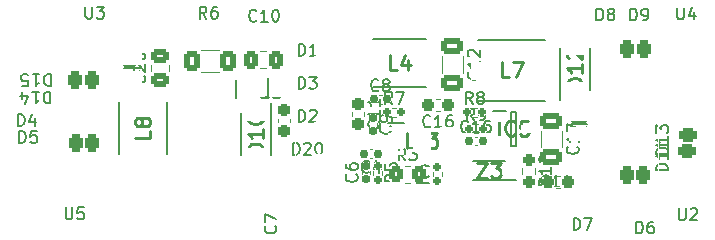
<source format=gto>
%TF.GenerationSoftware,KiCad,Pcbnew,(6.0.4)*%
%TF.CreationDate,2022-06-19T16:10:13+03:00*%
%TF.ProjectId,Main_PCB_001,4d61696e-5f50-4434-925f-3030312e6b69,rev?*%
%TF.SameCoordinates,Original*%
%TF.FileFunction,Legend,Top*%
%TF.FilePolarity,Positive*%
%FSLAX46Y46*%
G04 Gerber Fmt 4.6, Leading zero omitted, Abs format (unit mm)*
G04 Created by KiCad (PCBNEW (6.0.4)) date 2022-06-19 16:10:13*
%MOMM*%
%LPD*%
G01*
G04 APERTURE LIST*
G04 Aperture macros list*
%AMRoundRect*
0 Rectangle with rounded corners*
0 $1 Rounding radius*
0 $2 $3 $4 $5 $6 $7 $8 $9 X,Y pos of 4 corners*
0 Add a 4 corners polygon primitive as box body*
4,1,4,$2,$3,$4,$5,$6,$7,$8,$9,$2,$3,0*
0 Add four circle primitives for the rounded corners*
1,1,$1+$1,$2,$3*
1,1,$1+$1,$4,$5*
1,1,$1+$1,$6,$7*
1,1,$1+$1,$8,$9*
0 Add four rect primitives between the rounded corners*
20,1,$1+$1,$2,$3,$4,$5,0*
20,1,$1+$1,$4,$5,$6,$7,0*
20,1,$1+$1,$6,$7,$8,$9,0*
20,1,$1+$1,$8,$9,$2,$3,0*%
G04 Aperture macros list end*
%ADD10C,0.150000*%
%ADD11C,0.254000*%
%ADD12C,0.120000*%
%ADD13C,0.200000*%
%ADD14C,0.100000*%
%ADD15RoundRect,0.300000X0.300000X0.450000X-0.300000X0.450000X-0.300000X-0.450000X0.300000X-0.450000X0*%
%ADD16RoundRect,0.237500X0.300000X0.237500X-0.300000X0.237500X-0.300000X-0.237500X0.300000X-0.237500X0*%
%ADD17R,2.150000X1.600000*%
%ADD18R,0.650000X1.525000*%
%ADD19R,2.410000X3.300000*%
%ADD20R,1.200000X1.800000*%
%ADD21RoundRect,0.237500X-0.237500X0.250000X-0.237500X-0.250000X0.237500X-0.250000X0.237500X0.250000X0*%
%ADD22RoundRect,0.155000X-0.155000X0.212500X-0.155000X-0.212500X0.155000X-0.212500X0.155000X0.212500X0*%
%ADD23C,1.350000*%
%ADD24RoundRect,0.250000X-0.337500X-0.475000X0.337500X-0.475000X0.337500X0.475000X-0.337500X0.475000X0*%
%ADD25RoundRect,0.160000X-0.160000X0.197500X-0.160000X-0.197500X0.160000X-0.197500X0.160000X0.197500X0*%
%ADD26RoundRect,0.300000X-0.300000X-0.450000X0.300000X-0.450000X0.300000X0.450000X-0.300000X0.450000X0*%
%ADD27R,1.400000X0.300000*%
%ADD28R,1.570000X1.880000*%
%ADD29C,1.600000*%
%ADD30RoundRect,0.300000X0.450000X-0.300000X0.450000X0.300000X-0.450000X0.300000X-0.450000X-0.300000X0*%
%ADD31RoundRect,0.160000X-0.197500X-0.160000X0.197500X-0.160000X0.197500X0.160000X-0.197500X0.160000X0*%
%ADD32R,1.800000X2.100000*%
%ADD33R,1.630000X1.530000*%
%ADD34R,2.100000X1.800000*%
%ADD35RoundRect,0.250000X-0.400000X-0.625000X0.400000X-0.625000X0.400000X0.625000X-0.400000X0.625000X0*%
%ADD36R,1.100000X0.650000*%
%ADD37RoundRect,0.250000X-0.650000X0.412500X-0.650000X-0.412500X0.650000X-0.412500X0.650000X0.412500X0*%
%ADD38RoundRect,0.155000X0.212500X0.155000X-0.212500X0.155000X-0.212500X-0.155000X0.212500X-0.155000X0*%
%ADD39RoundRect,0.155000X0.155000X-0.212500X0.155000X0.212500X-0.155000X0.212500X-0.155000X-0.212500X0*%
%ADD40R,1.800000X1.200000*%
%ADD41RoundRect,0.155000X-0.212500X-0.155000X0.212500X-0.155000X0.212500X0.155000X-0.212500X0.155000X0*%
%ADD42RoundRect,0.237500X-0.237500X0.300000X-0.237500X-0.300000X0.237500X-0.300000X0.237500X0.300000X0*%
%ADD43R,1.250000X0.800000*%
%ADD44RoundRect,0.250000X0.475000X-0.337500X0.475000X0.337500X-0.475000X0.337500X-0.475000X-0.337500X0*%
%ADD45RoundRect,0.160000X0.160000X-0.197500X0.160000X0.197500X-0.160000X0.197500X-0.160000X-0.197500X0*%
%ADD46RoundRect,0.250000X-0.350000X-0.450000X0.350000X-0.450000X0.350000X0.450000X-0.350000X0.450000X0*%
G04 APERTURE END LIST*
D10*
%TO.C,D15*%
X99486885Y-103205019D02*
X99486885Y-104205019D01*
X99248790Y-104205019D01*
X99105933Y-104157400D01*
X99010695Y-104062161D01*
X98963076Y-103966923D01*
X98915457Y-103776447D01*
X98915457Y-103633590D01*
X98963076Y-103443114D01*
X99010695Y-103347876D01*
X99105933Y-103252638D01*
X99248790Y-103205019D01*
X99486885Y-103205019D01*
X97963076Y-103205019D02*
X98534504Y-103205019D01*
X98248790Y-103205019D02*
X98248790Y-104205019D01*
X98344028Y-104062161D01*
X98439266Y-103966923D01*
X98534504Y-103919304D01*
X97058314Y-104205019D02*
X97534504Y-104205019D01*
X97582123Y-103728828D01*
X97534504Y-103776447D01*
X97439266Y-103824066D01*
X97201171Y-103824066D01*
X97105933Y-103776447D01*
X97058314Y-103728828D01*
X97010695Y-103633590D01*
X97010695Y-103395495D01*
X97058314Y-103300257D01*
X97105933Y-103252638D01*
X97201171Y-103205019D01*
X97439266Y-103205019D01*
X97534504Y-103252638D01*
X97582123Y-103300257D01*
%TO.C,C16*%
X131640342Y-107588142D02*
X131592723Y-107635761D01*
X131449866Y-107683380D01*
X131354628Y-107683380D01*
X131211771Y-107635761D01*
X131116533Y-107540523D01*
X131068914Y-107445285D01*
X131021295Y-107254809D01*
X131021295Y-107111952D01*
X131068914Y-106921476D01*
X131116533Y-106826238D01*
X131211771Y-106731000D01*
X131354628Y-106683380D01*
X131449866Y-106683380D01*
X131592723Y-106731000D01*
X131640342Y-106778619D01*
X132592723Y-107683380D02*
X132021295Y-107683380D01*
X132307009Y-107683380D02*
X132307009Y-106683380D01*
X132211771Y-106826238D01*
X132116533Y-106921476D01*
X132021295Y-106969095D01*
X133449866Y-106683380D02*
X133259390Y-106683380D01*
X133164152Y-106731000D01*
X133116533Y-106778619D01*
X133021295Y-106921476D01*
X132973676Y-107111952D01*
X132973676Y-107492904D01*
X133021295Y-107588142D01*
X133068914Y-107635761D01*
X133164152Y-107683380D01*
X133354628Y-107683380D01*
X133449866Y-107635761D01*
X133497485Y-107588142D01*
X133545104Y-107492904D01*
X133545104Y-107254809D01*
X133497485Y-107159571D01*
X133449866Y-107111952D01*
X133354628Y-107064333D01*
X133164152Y-107064333D01*
X133068914Y-107111952D01*
X133021295Y-107159571D01*
X132973676Y-107254809D01*
D11*
%TO.C,L7*%
X138319933Y-103479923D02*
X137715171Y-103479923D01*
X137715171Y-102209923D01*
X138622314Y-102209923D02*
X139468980Y-102209923D01*
X138924695Y-103479923D01*
%TO.C,IC4*%
X113147323Y-108376961D02*
X111877323Y-108376961D01*
X113026371Y-107046485D02*
X113086847Y-107106961D01*
X113147323Y-107288390D01*
X113147323Y-107409342D01*
X113086847Y-107590771D01*
X112965895Y-107711723D01*
X112844942Y-107772200D01*
X112603038Y-107832676D01*
X112421609Y-107832676D01*
X112179704Y-107772200D01*
X112058752Y-107711723D01*
X111937800Y-107590771D01*
X111877323Y-107409342D01*
X111877323Y-107288390D01*
X111937800Y-107106961D01*
X111998276Y-107046485D01*
X112300657Y-105957914D02*
X113147323Y-105957914D01*
X111816847Y-106260295D02*
X112723990Y-106562676D01*
X112723990Y-105776485D01*
%TO.C,L3*%
X117898333Y-105095523D02*
X117293571Y-105095523D01*
X117293571Y-103825523D01*
X118200714Y-103825523D02*
X118986904Y-103825523D01*
X118563571Y-104309333D01*
X118745000Y-104309333D01*
X118865952Y-104369809D01*
X118926428Y-104430285D01*
X118986904Y-104551238D01*
X118986904Y-104853619D01*
X118926428Y-104974571D01*
X118865952Y-105035047D01*
X118745000Y-105095523D01*
X118382142Y-105095523D01*
X118261190Y-105035047D01*
X118200714Y-104974571D01*
D10*
%TO.C,R10*%
X141836380Y-112031857D02*
X141360190Y-112365190D01*
X141836380Y-112603285D02*
X140836380Y-112603285D01*
X140836380Y-112222333D01*
X140884000Y-112127095D01*
X140931619Y-112079476D01*
X141026857Y-112031857D01*
X141169714Y-112031857D01*
X141264952Y-112079476D01*
X141312571Y-112127095D01*
X141360190Y-112222333D01*
X141360190Y-112603285D01*
X141836380Y-111079476D02*
X141836380Y-111650904D01*
X141836380Y-111365190D02*
X140836380Y-111365190D01*
X140979238Y-111460428D01*
X141074476Y-111555666D01*
X141122095Y-111650904D01*
X140836380Y-110460428D02*
X140836380Y-110365190D01*
X140884000Y-110269952D01*
X140931619Y-110222333D01*
X141026857Y-110174714D01*
X141217333Y-110127095D01*
X141455428Y-110127095D01*
X141645904Y-110174714D01*
X141741142Y-110222333D01*
X141788761Y-110269952D01*
X141836380Y-110365190D01*
X141836380Y-110460428D01*
X141788761Y-110555666D01*
X141741142Y-110603285D01*
X141645904Y-110650904D01*
X141455428Y-110698523D01*
X141217333Y-110698523D01*
X141026857Y-110650904D01*
X140931619Y-110603285D01*
X140884000Y-110555666D01*
X140836380Y-110460428D01*
%TO.C,C9*%
X128263142Y-107618666D02*
X128310761Y-107666285D01*
X128358380Y-107809142D01*
X128358380Y-107904380D01*
X128310761Y-108047238D01*
X128215523Y-108142476D01*
X128120285Y-108190095D01*
X127929809Y-108237714D01*
X127786952Y-108237714D01*
X127596476Y-108190095D01*
X127501238Y-108142476D01*
X127406000Y-108047238D01*
X127358380Y-107904380D01*
X127358380Y-107809142D01*
X127406000Y-107666285D01*
X127453619Y-107618666D01*
X128358380Y-107142476D02*
X128358380Y-106952000D01*
X128310761Y-106856761D01*
X128263142Y-106809142D01*
X128120285Y-106713904D01*
X127929809Y-106666285D01*
X127548857Y-106666285D01*
X127453619Y-106713904D01*
X127406000Y-106761523D01*
X127358380Y-106856761D01*
X127358380Y-107047238D01*
X127406000Y-107142476D01*
X127453619Y-107190095D01*
X127548857Y-107237714D01*
X127786952Y-107237714D01*
X127882190Y-107190095D01*
X127929809Y-107142476D01*
X127977428Y-107047238D01*
X127977428Y-106856761D01*
X127929809Y-106761523D01*
X127882190Y-106713904D01*
X127786952Y-106666285D01*
%TO.C,U2*%
X152679495Y-114565180D02*
X152679495Y-115374704D01*
X152727114Y-115469942D01*
X152774733Y-115517561D01*
X152869971Y-115565180D01*
X153060447Y-115565180D01*
X153155685Y-115517561D01*
X153203304Y-115469942D01*
X153250923Y-115374704D01*
X153250923Y-114565180D01*
X153679495Y-114660419D02*
X153727114Y-114612800D01*
X153822352Y-114565180D01*
X154060447Y-114565180D01*
X154155685Y-114612800D01*
X154203304Y-114660419D01*
X154250923Y-114755657D01*
X154250923Y-114850895D01*
X154203304Y-114993752D01*
X153631876Y-115565180D01*
X154250923Y-115565180D01*
%TO.C,C10*%
X116908342Y-98655142D02*
X116860723Y-98702761D01*
X116717866Y-98750380D01*
X116622628Y-98750380D01*
X116479771Y-98702761D01*
X116384533Y-98607523D01*
X116336914Y-98512285D01*
X116289295Y-98321809D01*
X116289295Y-98178952D01*
X116336914Y-97988476D01*
X116384533Y-97893238D01*
X116479771Y-97798000D01*
X116622628Y-97750380D01*
X116717866Y-97750380D01*
X116860723Y-97798000D01*
X116908342Y-97845619D01*
X117860723Y-98750380D02*
X117289295Y-98750380D01*
X117575009Y-98750380D02*
X117575009Y-97750380D01*
X117479771Y-97893238D01*
X117384533Y-97988476D01*
X117289295Y-98036095D01*
X118479771Y-97750380D02*
X118575009Y-97750380D01*
X118670247Y-97798000D01*
X118717866Y-97845619D01*
X118765485Y-97940857D01*
X118813104Y-98131333D01*
X118813104Y-98369428D01*
X118765485Y-98559904D01*
X118717866Y-98655142D01*
X118670247Y-98702761D01*
X118575009Y-98750380D01*
X118479771Y-98750380D01*
X118384533Y-98702761D01*
X118336914Y-98655142D01*
X118289295Y-98559904D01*
X118241676Y-98369428D01*
X118241676Y-98131333D01*
X118289295Y-97940857D01*
X118336914Y-97845619D01*
X118384533Y-97798000D01*
X118479771Y-97750380D01*
%TO.C,R5*%
X128825580Y-111711366D02*
X128349390Y-112044700D01*
X128825580Y-112282795D02*
X127825580Y-112282795D01*
X127825580Y-111901842D01*
X127873200Y-111806604D01*
X127920819Y-111758985D01*
X128016057Y-111711366D01*
X128158914Y-111711366D01*
X128254152Y-111758985D01*
X128301771Y-111806604D01*
X128349390Y-111901842D01*
X128349390Y-112282795D01*
X127825580Y-110806604D02*
X127825580Y-111282795D01*
X128301771Y-111330414D01*
X128254152Y-111282795D01*
X128206533Y-111187557D01*
X128206533Y-110949461D01*
X128254152Y-110854223D01*
X128301771Y-110806604D01*
X128397009Y-110758985D01*
X128635104Y-110758985D01*
X128730342Y-110806604D01*
X128777961Y-110854223D01*
X128825580Y-110949461D01*
X128825580Y-111187557D01*
X128777961Y-111282795D01*
X128730342Y-111330414D01*
%TO.C,D5*%
X96823304Y-109011980D02*
X96823304Y-108011980D01*
X97061400Y-108011980D01*
X97204257Y-108059600D01*
X97299495Y-108154838D01*
X97347114Y-108250076D01*
X97394733Y-108440552D01*
X97394733Y-108583409D01*
X97347114Y-108773885D01*
X97299495Y-108869123D01*
X97204257Y-108964361D01*
X97061400Y-109011980D01*
X96823304Y-109011980D01*
X98299495Y-108011980D02*
X97823304Y-108011980D01*
X97775685Y-108488171D01*
X97823304Y-108440552D01*
X97918542Y-108392933D01*
X98156638Y-108392933D01*
X98251876Y-108440552D01*
X98299495Y-108488171D01*
X98347114Y-108583409D01*
X98347114Y-108821504D01*
X98299495Y-108916742D01*
X98251876Y-108964361D01*
X98156638Y-109011980D01*
X97918542Y-109011980D01*
X97823304Y-108964361D01*
X97775685Y-108916742D01*
%TO.C,D7*%
X143762504Y-116377980D02*
X143762504Y-115377980D01*
X144000600Y-115377980D01*
X144143457Y-115425600D01*
X144238695Y-115520838D01*
X144286314Y-115616076D01*
X144333933Y-115806552D01*
X144333933Y-115949409D01*
X144286314Y-116139885D01*
X144238695Y-116235123D01*
X144143457Y-116330361D01*
X144000600Y-116377980D01*
X143762504Y-116377980D01*
X144667266Y-115377980D02*
X145333933Y-115377980D01*
X144905361Y-116377980D01*
D11*
%TO.C,IC3*%
X129697238Y-109423523D02*
X129697238Y-108153523D01*
X131027714Y-109302571D02*
X130967238Y-109363047D01*
X130785809Y-109423523D01*
X130664857Y-109423523D01*
X130483428Y-109363047D01*
X130362476Y-109242095D01*
X130302000Y-109121142D01*
X130241523Y-108879238D01*
X130241523Y-108697809D01*
X130302000Y-108455904D01*
X130362476Y-108334952D01*
X130483428Y-108214000D01*
X130664857Y-108153523D01*
X130785809Y-108153523D01*
X130967238Y-108214000D01*
X131027714Y-108274476D01*
X131451047Y-108153523D02*
X132237238Y-108153523D01*
X131813904Y-108637333D01*
X131995333Y-108637333D01*
X132116285Y-108697809D01*
X132176761Y-108758285D01*
X132237238Y-108879238D01*
X132237238Y-109181619D01*
X132176761Y-109302571D01*
X132116285Y-109363047D01*
X131995333Y-109423523D01*
X131632476Y-109423523D01*
X131511523Y-109363047D01*
X131451047Y-109302571D01*
D10*
%TO.C,D3*%
X120482924Y-104438998D02*
X120482924Y-103438998D01*
X120721020Y-103438998D01*
X120863877Y-103486618D01*
X120959115Y-103581856D01*
X121006734Y-103677094D01*
X121054353Y-103867570D01*
X121054353Y-104010427D01*
X121006734Y-104200903D01*
X120959115Y-104296141D01*
X120863877Y-104391379D01*
X120721020Y-104438998D01*
X120482924Y-104438998D01*
X121387686Y-103438998D02*
X122006734Y-103438998D01*
X121673400Y-103819951D01*
X121816258Y-103819951D01*
X121911496Y-103867570D01*
X121959115Y-103915189D01*
X122006734Y-104010427D01*
X122006734Y-104248522D01*
X121959115Y-104343760D01*
X121911496Y-104391379D01*
X121816258Y-104438998D01*
X121530543Y-104438998D01*
X121435305Y-104391379D01*
X121387686Y-104343760D01*
%TO.C,D1*%
X120482924Y-101644998D02*
X120482924Y-100644998D01*
X120721020Y-100644998D01*
X120863877Y-100692618D01*
X120959115Y-100787856D01*
X121006734Y-100883094D01*
X121054353Y-101073570D01*
X121054353Y-101216427D01*
X121006734Y-101406903D01*
X120959115Y-101502141D01*
X120863877Y-101597379D01*
X120721020Y-101644998D01*
X120482924Y-101644998D01*
X122006734Y-101644998D02*
X121435305Y-101644998D01*
X121721020Y-101644998D02*
X121721020Y-100644998D01*
X121625781Y-100787856D01*
X121530543Y-100883094D01*
X121435305Y-100930713D01*
%TO.C,D13*%
X151780197Y-110004685D02*
X150780197Y-110004685D01*
X150780197Y-109766590D01*
X150827817Y-109623733D01*
X150923055Y-109528495D01*
X151018293Y-109480876D01*
X151208769Y-109433257D01*
X151351626Y-109433257D01*
X151542102Y-109480876D01*
X151637340Y-109528495D01*
X151732578Y-109623733D01*
X151780197Y-109766590D01*
X151780197Y-110004685D01*
X151780197Y-108480876D02*
X151780197Y-109052304D01*
X151780197Y-108766590D02*
X150780197Y-108766590D01*
X150923055Y-108861828D01*
X151018293Y-108957066D01*
X151065912Y-109052304D01*
X150780197Y-108147542D02*
X150780197Y-107528495D01*
X151161150Y-107861828D01*
X151161150Y-107718971D01*
X151208769Y-107623733D01*
X151256388Y-107576114D01*
X151351626Y-107528495D01*
X151589721Y-107528495D01*
X151684959Y-107576114D01*
X151732578Y-107623733D01*
X151780197Y-107718971D01*
X151780197Y-108004685D01*
X151732578Y-108099923D01*
X151684959Y-108147542D01*
%TO.C,R9*%
X135342333Y-107115380D02*
X135009000Y-106639190D01*
X134770904Y-107115380D02*
X134770904Y-106115380D01*
X135151857Y-106115380D01*
X135247095Y-106163000D01*
X135294714Y-106210619D01*
X135342333Y-106305857D01*
X135342333Y-106448714D01*
X135294714Y-106543952D01*
X135247095Y-106591571D01*
X135151857Y-106639190D01*
X134770904Y-106639190D01*
X135818523Y-107115380D02*
X136009000Y-107115380D01*
X136104238Y-107067761D01*
X136151857Y-107020142D01*
X136247095Y-106877285D01*
X136294714Y-106686809D01*
X136294714Y-106305857D01*
X136247095Y-106210619D01*
X136199476Y-106163000D01*
X136104238Y-106115380D01*
X135913761Y-106115380D01*
X135818523Y-106163000D01*
X135770904Y-106210619D01*
X135723285Y-106305857D01*
X135723285Y-106543952D01*
X135770904Y-106639190D01*
X135818523Y-106686809D01*
X135913761Y-106734428D01*
X136104238Y-106734428D01*
X136199476Y-106686809D01*
X136247095Y-106639190D01*
X136294714Y-106543952D01*
D11*
%TO.C,L4*%
X128820333Y-102870323D02*
X128215571Y-102870323D01*
X128215571Y-101600323D01*
X129787952Y-102023657D02*
X129787952Y-102870323D01*
X129485571Y-101539847D02*
X129183190Y-102446990D01*
X129969380Y-102446990D01*
D10*
%TO.C,D14*%
X99461485Y-104678219D02*
X99461485Y-105678219D01*
X99223390Y-105678219D01*
X99080533Y-105630600D01*
X98985295Y-105535361D01*
X98937676Y-105440123D01*
X98890057Y-105249647D01*
X98890057Y-105106790D01*
X98937676Y-104916314D01*
X98985295Y-104821076D01*
X99080533Y-104725838D01*
X99223390Y-104678219D01*
X99461485Y-104678219D01*
X97937676Y-104678219D02*
X98509104Y-104678219D01*
X98223390Y-104678219D02*
X98223390Y-105678219D01*
X98318628Y-105535361D01*
X98413866Y-105440123D01*
X98509104Y-105392504D01*
X97080533Y-105344885D02*
X97080533Y-104678219D01*
X97318628Y-105725838D02*
X97556723Y-105011552D01*
X96937676Y-105011552D01*
D11*
%TO.C,D10*%
X117465323Y-109822342D02*
X116195323Y-109822342D01*
X116195323Y-109519961D01*
X116255800Y-109338533D01*
X116376752Y-109217580D01*
X116497704Y-109157104D01*
X116739609Y-109096628D01*
X116921038Y-109096628D01*
X117162942Y-109157104D01*
X117283895Y-109217580D01*
X117404847Y-109338533D01*
X117465323Y-109519961D01*
X117465323Y-109822342D01*
X117465323Y-107887104D02*
X117465323Y-108612819D01*
X117465323Y-108249961D02*
X116195323Y-108249961D01*
X116376752Y-108370914D01*
X116497704Y-108491866D01*
X116558180Y-108612819D01*
X116195323Y-107100914D02*
X116195323Y-106979961D01*
X116255800Y-106859009D01*
X116316276Y-106798533D01*
X116437228Y-106738057D01*
X116679133Y-106677580D01*
X116981514Y-106677580D01*
X117223419Y-106738057D01*
X117344371Y-106798533D01*
X117404847Y-106859009D01*
X117465323Y-106979961D01*
X117465323Y-107100914D01*
X117404847Y-107221866D01*
X117344371Y-107282342D01*
X117223419Y-107342819D01*
X116981514Y-107403295D01*
X116679133Y-107403295D01*
X116437228Y-107342819D01*
X116316276Y-107282342D01*
X116255800Y-107221866D01*
X116195323Y-107100914D01*
D10*
%TO.C,D2*%
X120482924Y-107232998D02*
X120482924Y-106232998D01*
X120721020Y-106232998D01*
X120863877Y-106280618D01*
X120959115Y-106375856D01*
X121006734Y-106471094D01*
X121054353Y-106661570D01*
X121054353Y-106804427D01*
X121006734Y-106994903D01*
X120959115Y-107090141D01*
X120863877Y-107185379D01*
X120721020Y-107232998D01*
X120482924Y-107232998D01*
X121435305Y-106328237D02*
X121482924Y-106280618D01*
X121578162Y-106232998D01*
X121816258Y-106232998D01*
X121911496Y-106280618D01*
X121959115Y-106328237D01*
X122006734Y-106423475D01*
X122006734Y-106518713D01*
X121959115Y-106661570D01*
X121387686Y-107232998D01*
X122006734Y-107232998D01*
D11*
%TO.C,L8*%
X107914923Y-107983866D02*
X107914923Y-108588628D01*
X106644923Y-108588628D01*
X107189209Y-107379104D02*
X107128733Y-107500057D01*
X107068257Y-107560533D01*
X106947304Y-107621009D01*
X106886828Y-107621009D01*
X106765876Y-107560533D01*
X106705400Y-107500057D01*
X106644923Y-107379104D01*
X106644923Y-107137200D01*
X106705400Y-107016247D01*
X106765876Y-106955771D01*
X106886828Y-106895295D01*
X106947304Y-106895295D01*
X107068257Y-106955771D01*
X107128733Y-107016247D01*
X107189209Y-107137200D01*
X107189209Y-107379104D01*
X107249685Y-107500057D01*
X107310161Y-107560533D01*
X107431114Y-107621009D01*
X107673019Y-107621009D01*
X107793971Y-107560533D01*
X107854447Y-107500057D01*
X107914923Y-107379104D01*
X107914923Y-107137200D01*
X107854447Y-107016247D01*
X107793971Y-106955771D01*
X107673019Y-106895295D01*
X107431114Y-106895295D01*
X107310161Y-106955771D01*
X107249685Y-107016247D01*
X107189209Y-107137200D01*
D10*
%TO.C,R6*%
X112685533Y-98496380D02*
X112352200Y-98020190D01*
X112114104Y-98496380D02*
X112114104Y-97496380D01*
X112495057Y-97496380D01*
X112590295Y-97544000D01*
X112637914Y-97591619D01*
X112685533Y-97686857D01*
X112685533Y-97829714D01*
X112637914Y-97924952D01*
X112590295Y-97972571D01*
X112495057Y-98020190D01*
X112114104Y-98020190D01*
X113542676Y-97496380D02*
X113352200Y-97496380D01*
X113256961Y-97544000D01*
X113209342Y-97591619D01*
X113114104Y-97734476D01*
X113066485Y-97924952D01*
X113066485Y-98305904D01*
X113114104Y-98401142D01*
X113161723Y-98448761D01*
X113256961Y-98496380D01*
X113447438Y-98496380D01*
X113542676Y-98448761D01*
X113590295Y-98401142D01*
X113637914Y-98305904D01*
X113637914Y-98067809D01*
X113590295Y-97972571D01*
X113542676Y-97924952D01*
X113447438Y-97877333D01*
X113256961Y-97877333D01*
X113161723Y-97924952D01*
X113114104Y-97972571D01*
X113066485Y-98067809D01*
D11*
%TO.C,IC5*%
X137444238Y-108407523D02*
X137444238Y-107137523D01*
X138774714Y-108286571D02*
X138714238Y-108347047D01*
X138532809Y-108407523D01*
X138411857Y-108407523D01*
X138230428Y-108347047D01*
X138109476Y-108226095D01*
X138049000Y-108105142D01*
X137988523Y-107863238D01*
X137988523Y-107681809D01*
X138049000Y-107439904D01*
X138109476Y-107318952D01*
X138230428Y-107198000D01*
X138411857Y-107137523D01*
X138532809Y-107137523D01*
X138714238Y-107198000D01*
X138774714Y-107258476D01*
X139923761Y-107137523D02*
X139319000Y-107137523D01*
X139258523Y-107742285D01*
X139319000Y-107681809D01*
X139439952Y-107621333D01*
X139742333Y-107621333D01*
X139863285Y-107681809D01*
X139923761Y-107742285D01*
X139984238Y-107863238D01*
X139984238Y-108165619D01*
X139923761Y-108286571D01*
X139863285Y-108347047D01*
X139742333Y-108407523D01*
X139439952Y-108407523D01*
X139319000Y-108347047D01*
X139258523Y-108286571D01*
D10*
%TO.C,C14*%
X141649042Y-112660542D02*
X141601423Y-112708161D01*
X141458566Y-112755780D01*
X141363328Y-112755780D01*
X141220471Y-112708161D01*
X141125233Y-112612923D01*
X141077614Y-112517685D01*
X141029995Y-112327209D01*
X141029995Y-112184352D01*
X141077614Y-111993876D01*
X141125233Y-111898638D01*
X141220471Y-111803400D01*
X141363328Y-111755780D01*
X141458566Y-111755780D01*
X141601423Y-111803400D01*
X141649042Y-111851019D01*
X142601423Y-112755780D02*
X142029995Y-112755780D01*
X142315709Y-112755780D02*
X142315709Y-111755780D01*
X142220471Y-111898638D01*
X142125233Y-111993876D01*
X142029995Y-112041495D01*
X143458566Y-112089114D02*
X143458566Y-112755780D01*
X143220471Y-111708161D02*
X142982376Y-112422447D01*
X143601423Y-112422447D01*
%TO.C,C12*%
X135709542Y-103040257D02*
X135757161Y-103087876D01*
X135804780Y-103230733D01*
X135804780Y-103325971D01*
X135757161Y-103468828D01*
X135661923Y-103564066D01*
X135566685Y-103611685D01*
X135376209Y-103659304D01*
X135233352Y-103659304D01*
X135042876Y-103611685D01*
X134947638Y-103564066D01*
X134852400Y-103468828D01*
X134804780Y-103325971D01*
X134804780Y-103230733D01*
X134852400Y-103087876D01*
X134900019Y-103040257D01*
X135804780Y-102087876D02*
X135804780Y-102659304D01*
X135804780Y-102373590D02*
X134804780Y-102373590D01*
X134947638Y-102468828D01*
X135042876Y-102564066D01*
X135090495Y-102659304D01*
X134900019Y-101706923D02*
X134852400Y-101659304D01*
X134804780Y-101564066D01*
X134804780Y-101325971D01*
X134852400Y-101230733D01*
X134900019Y-101183114D01*
X134995257Y-101135495D01*
X135090495Y-101135495D01*
X135233352Y-101183114D01*
X135804780Y-101754542D01*
X135804780Y-101135495D01*
%TO.C,C4*%
X126452333Y-111448342D02*
X126404714Y-111495961D01*
X126261857Y-111543580D01*
X126166619Y-111543580D01*
X126023761Y-111495961D01*
X125928523Y-111400723D01*
X125880904Y-111305485D01*
X125833285Y-111115009D01*
X125833285Y-110972152D01*
X125880904Y-110781676D01*
X125928523Y-110686438D01*
X126023761Y-110591200D01*
X126166619Y-110543580D01*
X126261857Y-110543580D01*
X126404714Y-110591200D01*
X126452333Y-110638819D01*
X127309476Y-110876914D02*
X127309476Y-111543580D01*
X127071380Y-110495961D02*
X126833285Y-111210247D01*
X127452333Y-111210247D01*
%TO.C,D6*%
X149071104Y-116682780D02*
X149071104Y-115682780D01*
X149309200Y-115682780D01*
X149452057Y-115730400D01*
X149547295Y-115825638D01*
X149594914Y-115920876D01*
X149642533Y-116111352D01*
X149642533Y-116254209D01*
X149594914Y-116444685D01*
X149547295Y-116539923D01*
X149452057Y-116635161D01*
X149309200Y-116682780D01*
X149071104Y-116682780D01*
X150499676Y-115682780D02*
X150309200Y-115682780D01*
X150213961Y-115730400D01*
X150166342Y-115778019D01*
X150071104Y-115920876D01*
X150023485Y-116111352D01*
X150023485Y-116492304D01*
X150071104Y-116587542D01*
X150118723Y-116635161D01*
X150213961Y-116682780D01*
X150404438Y-116682780D01*
X150499676Y-116635161D01*
X150547295Y-116587542D01*
X150594914Y-116492304D01*
X150594914Y-116254209D01*
X150547295Y-116158971D01*
X150499676Y-116111352D01*
X150404438Y-116063733D01*
X150213961Y-116063733D01*
X150118723Y-116111352D01*
X150071104Y-116158971D01*
X150023485Y-116254209D01*
%TO.C,C6*%
X125384342Y-111698066D02*
X125431961Y-111745685D01*
X125479580Y-111888542D01*
X125479580Y-111983780D01*
X125431961Y-112126638D01*
X125336723Y-112221876D01*
X125241485Y-112269495D01*
X125051009Y-112317114D01*
X124908152Y-112317114D01*
X124717676Y-112269495D01*
X124622438Y-112221876D01*
X124527200Y-112126638D01*
X124479580Y-111983780D01*
X124479580Y-111888542D01*
X124527200Y-111745685D01*
X124574819Y-111698066D01*
X124479580Y-110840923D02*
X124479580Y-111031400D01*
X124527200Y-111126638D01*
X124574819Y-111174257D01*
X124717676Y-111269495D01*
X124908152Y-111317114D01*
X125289104Y-111317114D01*
X125384342Y-111269495D01*
X125431961Y-111221876D01*
X125479580Y-111126638D01*
X125479580Y-110936161D01*
X125431961Y-110840923D01*
X125384342Y-110793304D01*
X125289104Y-110745685D01*
X125051009Y-110745685D01*
X124955771Y-110793304D01*
X124908152Y-110840923D01*
X124860533Y-110936161D01*
X124860533Y-111126638D01*
X124908152Y-111221876D01*
X124955771Y-111269495D01*
X125051009Y-111317114D01*
D11*
%TO.C,L9*%
X106949723Y-102903866D02*
X106949723Y-103508628D01*
X105679723Y-103508628D01*
X106949723Y-102420057D02*
X106949723Y-102178152D01*
X106889247Y-102057200D01*
X106828771Y-101996723D01*
X106647342Y-101875771D01*
X106405438Y-101815295D01*
X105921628Y-101815295D01*
X105800676Y-101875771D01*
X105740200Y-101936247D01*
X105679723Y-102057200D01*
X105679723Y-102299104D01*
X105740200Y-102420057D01*
X105800676Y-102480533D01*
X105921628Y-102541009D01*
X106224009Y-102541009D01*
X106344961Y-102480533D01*
X106405438Y-102420057D01*
X106465914Y-102299104D01*
X106465914Y-102057200D01*
X106405438Y-101936247D01*
X106344961Y-101875771D01*
X106224009Y-101815295D01*
D10*
%TO.C,D4*%
X96721704Y-107589580D02*
X96721704Y-106589580D01*
X96959800Y-106589580D01*
X97102657Y-106637200D01*
X97197895Y-106732438D01*
X97245514Y-106827676D01*
X97293133Y-107018152D01*
X97293133Y-107161009D01*
X97245514Y-107351485D01*
X97197895Y-107446723D01*
X97102657Y-107541961D01*
X96959800Y-107589580D01*
X96721704Y-107589580D01*
X98150276Y-106922914D02*
X98150276Y-107589580D01*
X97912180Y-106541961D02*
X97674085Y-107256247D01*
X98293133Y-107256247D01*
%TO.C,C8*%
X127239733Y-104540942D02*
X127192114Y-104588561D01*
X127049257Y-104636180D01*
X126954019Y-104636180D01*
X126811161Y-104588561D01*
X126715923Y-104493323D01*
X126668304Y-104398085D01*
X126620685Y-104207609D01*
X126620685Y-104064752D01*
X126668304Y-103874276D01*
X126715923Y-103779038D01*
X126811161Y-103683800D01*
X126954019Y-103636180D01*
X127049257Y-103636180D01*
X127192114Y-103683800D01*
X127239733Y-103731419D01*
X127811161Y-104064752D02*
X127715923Y-104017133D01*
X127668304Y-103969514D01*
X127620685Y-103874276D01*
X127620685Y-103826657D01*
X127668304Y-103731419D01*
X127715923Y-103683800D01*
X127811161Y-103636180D01*
X128001638Y-103636180D01*
X128096876Y-103683800D01*
X128144495Y-103731419D01*
X128192114Y-103826657D01*
X128192114Y-103874276D01*
X128144495Y-103969514D01*
X128096876Y-104017133D01*
X128001638Y-104064752D01*
X127811161Y-104064752D01*
X127715923Y-104112371D01*
X127668304Y-104159990D01*
X127620685Y-104255228D01*
X127620685Y-104445704D01*
X127668304Y-104540942D01*
X127715923Y-104588561D01*
X127811161Y-104636180D01*
X128001638Y-104636180D01*
X128096876Y-104588561D01*
X128144495Y-104540942D01*
X128192114Y-104445704D01*
X128192114Y-104255228D01*
X128144495Y-104159990D01*
X128096876Y-104112371D01*
X128001638Y-104064752D01*
%TO.C,U5*%
X100761895Y-114488980D02*
X100761895Y-115298504D01*
X100809514Y-115393742D01*
X100857133Y-115441361D01*
X100952371Y-115488980D01*
X101142847Y-115488980D01*
X101238085Y-115441361D01*
X101285704Y-115393742D01*
X101333323Y-115298504D01*
X101333323Y-114488980D01*
X102285704Y-114488980D02*
X101809514Y-114488980D01*
X101761895Y-114965171D01*
X101809514Y-114917552D01*
X101904752Y-114869933D01*
X102142847Y-114869933D01*
X102238085Y-114917552D01*
X102285704Y-114965171D01*
X102333323Y-115060409D01*
X102333323Y-115298504D01*
X102285704Y-115393742D01*
X102238085Y-115441361D01*
X102142847Y-115488980D01*
X101904752Y-115488980D01*
X101809514Y-115441361D01*
X101761895Y-115393742D01*
%TO.C,C7*%
X118517942Y-116066866D02*
X118565561Y-116114485D01*
X118613180Y-116257342D01*
X118613180Y-116352580D01*
X118565561Y-116495438D01*
X118470323Y-116590676D01*
X118375085Y-116638295D01*
X118184609Y-116685914D01*
X118041752Y-116685914D01*
X117851276Y-116638295D01*
X117756038Y-116590676D01*
X117660800Y-116495438D01*
X117613180Y-116352580D01*
X117613180Y-116257342D01*
X117660800Y-116114485D01*
X117708419Y-116066866D01*
X117613180Y-115733533D02*
X117613180Y-115066866D01*
X118613180Y-115495438D01*
%TO.C,U4*%
X152527095Y-97572580D02*
X152527095Y-98382104D01*
X152574714Y-98477342D01*
X152622333Y-98524961D01*
X152717571Y-98572580D01*
X152908047Y-98572580D01*
X153003285Y-98524961D01*
X153050904Y-98477342D01*
X153098523Y-98382104D01*
X153098523Y-97572580D01*
X154003285Y-97905914D02*
X154003285Y-98572580D01*
X153765190Y-97524961D02*
X153527095Y-98239247D01*
X154146142Y-98239247D01*
%TO.C,U3*%
X102438295Y-97496380D02*
X102438295Y-98305904D01*
X102485914Y-98401142D01*
X102533533Y-98448761D01*
X102628771Y-98496380D01*
X102819247Y-98496380D01*
X102914485Y-98448761D01*
X102962104Y-98401142D01*
X103009723Y-98305904D01*
X103009723Y-97496380D01*
X103390676Y-97496380D02*
X104009723Y-97496380D01*
X103676390Y-97877333D01*
X103819247Y-97877333D01*
X103914485Y-97924952D01*
X103962104Y-97972571D01*
X104009723Y-98067809D01*
X104009723Y-98305904D01*
X103962104Y-98401142D01*
X103914485Y-98448761D01*
X103819247Y-98496380D01*
X103533533Y-98496380D01*
X103438295Y-98448761D01*
X103390676Y-98401142D01*
%TO.C,R8*%
X135215333Y-105718380D02*
X134882000Y-105242190D01*
X134643904Y-105718380D02*
X134643904Y-104718380D01*
X135024857Y-104718380D01*
X135120095Y-104766000D01*
X135167714Y-104813619D01*
X135215333Y-104908857D01*
X135215333Y-105051714D01*
X135167714Y-105146952D01*
X135120095Y-105194571D01*
X135024857Y-105242190D01*
X134643904Y-105242190D01*
X135786761Y-105146952D02*
X135691523Y-105099333D01*
X135643904Y-105051714D01*
X135596285Y-104956476D01*
X135596285Y-104908857D01*
X135643904Y-104813619D01*
X135691523Y-104766000D01*
X135786761Y-104718380D01*
X135977238Y-104718380D01*
X136072476Y-104766000D01*
X136120095Y-104813619D01*
X136167714Y-104908857D01*
X136167714Y-104956476D01*
X136120095Y-105051714D01*
X136072476Y-105099333D01*
X135977238Y-105146952D01*
X135786761Y-105146952D01*
X135691523Y-105194571D01*
X135643904Y-105242190D01*
X135596285Y-105337428D01*
X135596285Y-105527904D01*
X135643904Y-105623142D01*
X135691523Y-105670761D01*
X135786761Y-105718380D01*
X135977238Y-105718380D01*
X136072476Y-105670761D01*
X136120095Y-105623142D01*
X136167714Y-105527904D01*
X136167714Y-105337428D01*
X136120095Y-105242190D01*
X136072476Y-105194571D01*
X135977238Y-105146952D01*
%TO.C,D20*%
X120006734Y-110026998D02*
X120006734Y-109026998D01*
X120244829Y-109026998D01*
X120387686Y-109074618D01*
X120482924Y-109169856D01*
X120530543Y-109265094D01*
X120578162Y-109455570D01*
X120578162Y-109598427D01*
X120530543Y-109788903D01*
X120482924Y-109884141D01*
X120387686Y-109979379D01*
X120244829Y-110026998D01*
X120006734Y-110026998D01*
X120959115Y-109122237D02*
X121006734Y-109074618D01*
X121101972Y-109026998D01*
X121340067Y-109026998D01*
X121435305Y-109074618D01*
X121482924Y-109122237D01*
X121530543Y-109217475D01*
X121530543Y-109312713D01*
X121482924Y-109455570D01*
X120911496Y-110026998D01*
X121530543Y-110026998D01*
X122149591Y-109026998D02*
X122244829Y-109026998D01*
X122340067Y-109074618D01*
X122387686Y-109122237D01*
X122435305Y-109217475D01*
X122482924Y-109407951D01*
X122482924Y-109646046D01*
X122435305Y-109836522D01*
X122387686Y-109931760D01*
X122340067Y-109979379D01*
X122244829Y-110026998D01*
X122149591Y-110026998D01*
X122054353Y-109979379D01*
X122006734Y-109931760D01*
X121959115Y-109836522D01*
X121911496Y-109646046D01*
X121911496Y-109407951D01*
X121959115Y-109217475D01*
X122006734Y-109122237D01*
X122054353Y-109074618D01*
X122149591Y-109026998D01*
%TO.C,R7*%
X128408133Y-105692980D02*
X128074800Y-105216790D01*
X127836704Y-105692980D02*
X127836704Y-104692980D01*
X128217657Y-104692980D01*
X128312895Y-104740600D01*
X128360514Y-104788219D01*
X128408133Y-104883457D01*
X128408133Y-105026314D01*
X128360514Y-105121552D01*
X128312895Y-105169171D01*
X128217657Y-105216790D01*
X127836704Y-105216790D01*
X128741466Y-104692980D02*
X129408133Y-104692980D01*
X128979561Y-105692980D01*
%TO.C,D8*%
X145692904Y-98648780D02*
X145692904Y-97648780D01*
X145931000Y-97648780D01*
X146073857Y-97696400D01*
X146169095Y-97791638D01*
X146216714Y-97886876D01*
X146264333Y-98077352D01*
X146264333Y-98220209D01*
X146216714Y-98410685D01*
X146169095Y-98505923D01*
X146073857Y-98601161D01*
X145931000Y-98648780D01*
X145692904Y-98648780D01*
X146835761Y-98077352D02*
X146740523Y-98029733D01*
X146692904Y-97982114D01*
X146645285Y-97886876D01*
X146645285Y-97839257D01*
X146692904Y-97744019D01*
X146740523Y-97696400D01*
X146835761Y-97648780D01*
X147026238Y-97648780D01*
X147121476Y-97696400D01*
X147169095Y-97744019D01*
X147216714Y-97839257D01*
X147216714Y-97886876D01*
X147169095Y-97982114D01*
X147121476Y-98029733D01*
X147026238Y-98077352D01*
X146835761Y-98077352D01*
X146740523Y-98124971D01*
X146692904Y-98172590D01*
X146645285Y-98267828D01*
X146645285Y-98458304D01*
X146692904Y-98553542D01*
X146740523Y-98601161D01*
X146835761Y-98648780D01*
X147026238Y-98648780D01*
X147121476Y-98601161D01*
X147169095Y-98553542D01*
X147216714Y-98458304D01*
X147216714Y-98267828D01*
X147169095Y-98172590D01*
X147121476Y-98124971D01*
X147026238Y-98077352D01*
D11*
%TO.C,Z3*%
X135591504Y-110693523D02*
X136438171Y-110693523D01*
X135591504Y-111963523D01*
X136438171Y-111963523D01*
X136801028Y-110693523D02*
X137587219Y-110693523D01*
X137163885Y-111177333D01*
X137345314Y-111177333D01*
X137466266Y-111237809D01*
X137526742Y-111298285D01*
X137587219Y-111419238D01*
X137587219Y-111721619D01*
X137526742Y-111842571D01*
X137466266Y-111903047D01*
X137345314Y-111963523D01*
X136982457Y-111963523D01*
X136861504Y-111903047D01*
X136801028Y-111842571D01*
D10*
%TO.C,C20*%
X107414542Y-103335057D02*
X107462161Y-103382676D01*
X107509780Y-103525533D01*
X107509780Y-103620771D01*
X107462161Y-103763628D01*
X107366923Y-103858866D01*
X107271685Y-103906485D01*
X107081209Y-103954104D01*
X106938352Y-103954104D01*
X106747876Y-103906485D01*
X106652638Y-103858866D01*
X106557400Y-103763628D01*
X106509780Y-103620771D01*
X106509780Y-103525533D01*
X106557400Y-103382676D01*
X106605019Y-103335057D01*
X106605019Y-102954104D02*
X106557400Y-102906485D01*
X106509780Y-102811247D01*
X106509780Y-102573152D01*
X106557400Y-102477914D01*
X106605019Y-102430295D01*
X106700257Y-102382676D01*
X106795495Y-102382676D01*
X106938352Y-102430295D01*
X107509780Y-103001723D01*
X107509780Y-102382676D01*
X106509780Y-101763628D02*
X106509780Y-101668390D01*
X106557400Y-101573152D01*
X106605019Y-101525533D01*
X106700257Y-101477914D01*
X106890733Y-101430295D01*
X107128828Y-101430295D01*
X107319304Y-101477914D01*
X107414542Y-101525533D01*
X107462161Y-101573152D01*
X107509780Y-101668390D01*
X107509780Y-101763628D01*
X107462161Y-101858866D01*
X107414542Y-101906485D01*
X107319304Y-101954104D01*
X107128828Y-102001723D01*
X106890733Y-102001723D01*
X106700257Y-101954104D01*
X106605019Y-101906485D01*
X106557400Y-101858866D01*
X106509780Y-101763628D01*
%TO.C,C15*%
X134866142Y-108046142D02*
X134818523Y-108093761D01*
X134675666Y-108141380D01*
X134580428Y-108141380D01*
X134437571Y-108093761D01*
X134342333Y-107998523D01*
X134294714Y-107903285D01*
X134247095Y-107712809D01*
X134247095Y-107569952D01*
X134294714Y-107379476D01*
X134342333Y-107284238D01*
X134437571Y-107189000D01*
X134580428Y-107141380D01*
X134675666Y-107141380D01*
X134818523Y-107189000D01*
X134866142Y-107236619D01*
X135818523Y-108141380D02*
X135247095Y-108141380D01*
X135532809Y-108141380D02*
X135532809Y-107141380D01*
X135437571Y-107284238D01*
X135342333Y-107379476D01*
X135247095Y-107427095D01*
X136723285Y-107141380D02*
X136247095Y-107141380D01*
X136199476Y-107617571D01*
X136247095Y-107569952D01*
X136342333Y-107522333D01*
X136580428Y-107522333D01*
X136675666Y-107569952D01*
X136723285Y-107617571D01*
X136770904Y-107712809D01*
X136770904Y-107950904D01*
X136723285Y-108046142D01*
X136675666Y-108093761D01*
X136580428Y-108141380D01*
X136342333Y-108141380D01*
X136247095Y-108093761D01*
X136199476Y-108046142D01*
%TO.C,D11*%
X151754797Y-111350885D02*
X150754797Y-111350885D01*
X150754797Y-111112790D01*
X150802417Y-110969933D01*
X150897655Y-110874695D01*
X150992893Y-110827076D01*
X151183369Y-110779457D01*
X151326226Y-110779457D01*
X151516702Y-110827076D01*
X151611940Y-110874695D01*
X151707178Y-110969933D01*
X151754797Y-111112790D01*
X151754797Y-111350885D01*
X151754797Y-109827076D02*
X151754797Y-110398504D01*
X151754797Y-110112790D02*
X150754797Y-110112790D01*
X150897655Y-110208028D01*
X150992893Y-110303266D01*
X151040512Y-110398504D01*
X151754797Y-108874695D02*
X151754797Y-109446123D01*
X151754797Y-109160409D02*
X150754797Y-109160409D01*
X150897655Y-109255647D01*
X150992893Y-109350885D01*
X151040512Y-109446123D01*
%TO.C,D9*%
X148563104Y-98648780D02*
X148563104Y-97648780D01*
X148801200Y-97648780D01*
X148944057Y-97696400D01*
X149039295Y-97791638D01*
X149086914Y-97886876D01*
X149134533Y-98077352D01*
X149134533Y-98220209D01*
X149086914Y-98410685D01*
X149039295Y-98505923D01*
X148944057Y-98601161D01*
X148801200Y-98648780D01*
X148563104Y-98648780D01*
X149610723Y-98648780D02*
X149801200Y-98648780D01*
X149896438Y-98601161D01*
X149944057Y-98553542D01*
X150039295Y-98410685D01*
X150086914Y-98220209D01*
X150086914Y-97839257D01*
X150039295Y-97744019D01*
X149991676Y-97696400D01*
X149896438Y-97648780D01*
X149705961Y-97648780D01*
X149610723Y-97696400D01*
X149563104Y-97744019D01*
X149515485Y-97839257D01*
X149515485Y-98077352D01*
X149563104Y-98172590D01*
X149610723Y-98220209D01*
X149705961Y-98267828D01*
X149896438Y-98267828D01*
X149991676Y-98220209D01*
X150039295Y-98172590D01*
X150086914Y-98077352D01*
D11*
%TO.C,D12*%
X144490923Y-104295142D02*
X143220923Y-104295142D01*
X143220923Y-103992761D01*
X143281400Y-103811333D01*
X143402352Y-103690380D01*
X143523304Y-103629904D01*
X143765209Y-103569428D01*
X143946638Y-103569428D01*
X144188542Y-103629904D01*
X144309495Y-103690380D01*
X144430447Y-103811333D01*
X144490923Y-103992761D01*
X144490923Y-104295142D01*
X144490923Y-102359904D02*
X144490923Y-103085619D01*
X144490923Y-102722761D02*
X143220923Y-102722761D01*
X143402352Y-102843714D01*
X143523304Y-102964666D01*
X143583780Y-103085619D01*
X143341876Y-101876095D02*
X143281400Y-101815619D01*
X143220923Y-101694666D01*
X143220923Y-101392285D01*
X143281400Y-101271333D01*
X143341876Y-101210857D01*
X143462828Y-101150380D01*
X143583780Y-101150380D01*
X143765209Y-101210857D01*
X144490923Y-101936571D01*
X144490923Y-101150380D01*
D10*
%TO.C,R4*%
X131489380Y-111809666D02*
X131013190Y-112143000D01*
X131489380Y-112381095D02*
X130489380Y-112381095D01*
X130489380Y-112000142D01*
X130537000Y-111904904D01*
X130584619Y-111857285D01*
X130679857Y-111809666D01*
X130822714Y-111809666D01*
X130917952Y-111857285D01*
X130965571Y-111904904D01*
X131013190Y-112000142D01*
X131013190Y-112381095D01*
X130822714Y-110952523D02*
X131489380Y-110952523D01*
X130441761Y-111190619D02*
X131156047Y-111428714D01*
X131156047Y-110809666D01*
%TO.C,C11*%
X127263142Y-107205857D02*
X127310761Y-107253476D01*
X127358380Y-107396333D01*
X127358380Y-107491571D01*
X127310761Y-107634428D01*
X127215523Y-107729666D01*
X127120285Y-107777285D01*
X126929809Y-107824904D01*
X126786952Y-107824904D01*
X126596476Y-107777285D01*
X126501238Y-107729666D01*
X126406000Y-107634428D01*
X126358380Y-107491571D01*
X126358380Y-107396333D01*
X126406000Y-107253476D01*
X126453619Y-107205857D01*
X127358380Y-106253476D02*
X127358380Y-106824904D01*
X127358380Y-106539190D02*
X126358380Y-106539190D01*
X126501238Y-106634428D01*
X126596476Y-106729666D01*
X126644095Y-106824904D01*
X127358380Y-105301095D02*
X127358380Y-105872523D01*
X127358380Y-105586809D02*
X126358380Y-105586809D01*
X126501238Y-105682047D01*
X126596476Y-105777285D01*
X126644095Y-105872523D01*
%TO.C,C17*%
X144091542Y-109339457D02*
X144139161Y-109387076D01*
X144186780Y-109529933D01*
X144186780Y-109625171D01*
X144139161Y-109768028D01*
X144043923Y-109863266D01*
X143948685Y-109910885D01*
X143758209Y-109958504D01*
X143615352Y-109958504D01*
X143424876Y-109910885D01*
X143329638Y-109863266D01*
X143234400Y-109768028D01*
X143186780Y-109625171D01*
X143186780Y-109529933D01*
X143234400Y-109387076D01*
X143282019Y-109339457D01*
X144186780Y-108387076D02*
X144186780Y-108958504D01*
X144186780Y-108672790D02*
X143186780Y-108672790D01*
X143329638Y-108768028D01*
X143424876Y-108863266D01*
X143472495Y-108958504D01*
X143186780Y-108053742D02*
X143186780Y-107387076D01*
X144186780Y-107815647D01*
D11*
%TO.C,L6*%
X144795723Y-107638266D02*
X144795723Y-108243028D01*
X143525723Y-108243028D01*
X143525723Y-106670647D02*
X143525723Y-106912552D01*
X143586200Y-107033504D01*
X143646676Y-107093980D01*
X143828104Y-107214933D01*
X144070009Y-107275409D01*
X144553819Y-107275409D01*
X144674771Y-107214933D01*
X144735247Y-107154457D01*
X144795723Y-107033504D01*
X144795723Y-106791600D01*
X144735247Y-106670647D01*
X144674771Y-106610171D01*
X144553819Y-106549695D01*
X144251438Y-106549695D01*
X144130485Y-106610171D01*
X144070009Y-106670647D01*
X144009533Y-106791600D01*
X144009533Y-107033504D01*
X144070009Y-107154457D01*
X144130485Y-107214933D01*
X144251438Y-107275409D01*
D10*
%TO.C,R3*%
X129525733Y-110496180D02*
X129192400Y-110019990D01*
X128954304Y-110496180D02*
X128954304Y-109496180D01*
X129335257Y-109496180D01*
X129430495Y-109543800D01*
X129478114Y-109591419D01*
X129525733Y-109686657D01*
X129525733Y-109829514D01*
X129478114Y-109924752D01*
X129430495Y-109972371D01*
X129335257Y-110019990D01*
X128954304Y-110019990D01*
X129859066Y-109496180D02*
X130478114Y-109496180D01*
X130144780Y-109877133D01*
X130287638Y-109877133D01*
X130382876Y-109924752D01*
X130430495Y-109972371D01*
X130478114Y-110067609D01*
X130478114Y-110305704D01*
X130430495Y-110400942D01*
X130382876Y-110448561D01*
X130287638Y-110496180D01*
X130001923Y-110496180D01*
X129906685Y-110448561D01*
X129859066Y-110400942D01*
D12*
%TO.C,C16*%
X132429467Y-105291000D02*
X132136933Y-105291000D01*
X132429467Y-106311000D02*
X132136933Y-106311000D01*
D13*
%TO.C,L7*%
X135681600Y-105505400D02*
X141381600Y-105505400D01*
X141381600Y-100305400D02*
X135681600Y-100305400D01*
%TO.C,IC4*%
X115152800Y-103662200D02*
X115152800Y-105187200D01*
%TO.C,L3*%
X117856000Y-104967000D02*
X117856000Y-103567000D01*
D12*
%TO.C,R10*%
X140476500Y-111134276D02*
X140476500Y-111643724D01*
X139431500Y-111134276D02*
X139431500Y-111643724D01*
%TO.C,C9*%
X126386000Y-107336165D02*
X126386000Y-107567835D01*
X127106000Y-107336165D02*
X127106000Y-107567835D01*
%TO.C,C10*%
X117239148Y-102716000D02*
X117761652Y-102716000D01*
X117239148Y-101246000D02*
X117761652Y-101246000D01*
%TO.C,R5*%
X126823200Y-111377079D02*
X126823200Y-111712321D01*
X127583200Y-111377079D02*
X127583200Y-111712321D01*
D13*
%TO.C,IC3*%
X128037000Y-107349000D02*
X129437000Y-107349000D01*
D12*
%TO.C,R9*%
X135341379Y-108213000D02*
X135676621Y-108213000D01*
X135341379Y-107453000D02*
X135676621Y-107453000D01*
D13*
%TO.C,L4*%
X131257000Y-100265800D02*
X126807000Y-100265800D01*
X126807000Y-104325800D02*
X131257000Y-104325800D01*
%TO.C,D10*%
X118165800Y-105615200D02*
X118165800Y-110030200D01*
X115615800Y-106530200D02*
X115615800Y-110030200D01*
%TO.C,L8*%
X105310400Y-105547200D02*
X105310400Y-109997200D01*
X109370400Y-109997200D02*
X109370400Y-105547200D01*
D12*
%TO.C,R6*%
X112252136Y-101198000D02*
X113706264Y-101198000D01*
X112252136Y-103018000D02*
X113706264Y-103018000D01*
D13*
%TO.C,IC5*%
X138434000Y-109293000D02*
X138434000Y-106373000D01*
X136984000Y-106308000D02*
X138084000Y-106308000D01*
X138934000Y-109293000D02*
X138434000Y-109293000D01*
X138434000Y-106373000D02*
X138934000Y-106373000D01*
X138934000Y-106373000D02*
X138934000Y-109293000D01*
D12*
%TO.C,C14*%
X142589467Y-111793400D02*
X142296933Y-111793400D01*
X142589467Y-112813400D02*
X142296933Y-112813400D01*
%TO.C,C12*%
X132592400Y-101686148D02*
X132592400Y-103108652D01*
X134412400Y-101686148D02*
X134412400Y-103108652D01*
%TO.C,C4*%
X126734835Y-110291200D02*
X126503165Y-110291200D01*
X126734835Y-109571200D02*
X126503165Y-109571200D01*
%TO.C,C6*%
X126547200Y-111647235D02*
X126547200Y-111415565D01*
X125827200Y-111647235D02*
X125827200Y-111415565D01*
D13*
%TO.C,L9*%
X105675200Y-102692200D02*
X107075200Y-102692200D01*
D12*
%TO.C,C8*%
X127290565Y-105703800D02*
X127522235Y-105703800D01*
X127290565Y-104983800D02*
X127522235Y-104983800D01*
%TO.C,C7*%
X118717600Y-106965533D02*
X118717600Y-107258067D01*
X119737600Y-106965533D02*
X119737600Y-107258067D01*
%TO.C,R8*%
X135214379Y-106816000D02*
X135549621Y-106816000D01*
X135214379Y-106056000D02*
X135549621Y-106056000D01*
%TO.C,R7*%
X128407179Y-106790600D02*
X128742421Y-106790600D01*
X128407179Y-106030600D02*
X128742421Y-106030600D01*
D13*
%TO.C,Z3*%
X137957600Y-110589000D02*
X135281600Y-110589000D01*
X138894600Y-112189000D02*
X135281600Y-112189000D01*
D12*
%TO.C,C20*%
X109472400Y-102953452D02*
X109472400Y-102430948D01*
X108002400Y-102953452D02*
X108002400Y-102430948D01*
%TO.C,C15*%
X135393165Y-108489000D02*
X135624835Y-108489000D01*
X135393165Y-109209000D02*
X135624835Y-109209000D01*
D13*
%TO.C,D12*%
X145191400Y-104503000D02*
X145191400Y-101003000D01*
X142641400Y-105418000D02*
X142641400Y-101003000D01*
D12*
%TO.C,R4*%
X131827000Y-111810621D02*
X131827000Y-111475379D01*
X132587000Y-111810621D02*
X132587000Y-111475379D01*
%TO.C,C11*%
X124966000Y-106416733D02*
X124966000Y-106709267D01*
X125986000Y-106416733D02*
X125986000Y-106709267D01*
%TO.C,C17*%
X140974400Y-107985348D02*
X140974400Y-109407852D01*
X142794400Y-107985348D02*
X142794400Y-109407852D01*
D13*
%TO.C,L6*%
X143521200Y-107426600D02*
X144921200Y-107426600D01*
D12*
%TO.C,R3*%
X129465336Y-110958800D02*
X129919464Y-110958800D01*
X129465336Y-112428800D02*
X129919464Y-112428800D01*
%TD*%
%LPC*%
D10*
X123698000Y-100965000D02*
X124714000Y-101168200D01*
X103327200Y-107746800D02*
X104165400Y-107746800D01*
X123748800Y-101244400D02*
X123875800Y-102057200D01*
X100634800Y-102235000D02*
X101447600Y-102235000D01*
X123266200Y-111531400D02*
X123190000Y-111963200D01*
X123875800Y-102057200D02*
X123494800Y-101295200D01*
X123469400Y-111201200D02*
X123266200Y-111531400D01*
X147193000Y-102463600D02*
X148082000Y-102463600D01*
X147040600Y-112014000D02*
X147040600Y-111252000D01*
X149885400Y-110642400D02*
X150672800Y-110642400D01*
X123367800Y-100914200D02*
X123748800Y-100228400D01*
X123418600Y-105587800D02*
X124053600Y-105587800D01*
X123113800Y-101701600D02*
X123215400Y-101244400D01*
X122148600Y-100736400D02*
X123367800Y-100965000D01*
X146634200Y-111683800D02*
X147345400Y-111683800D01*
X123215400Y-101244400D02*
X122148600Y-100736400D01*
X123494800Y-101295200D02*
X123113800Y-101701600D01*
X123545600Y-112420400D02*
X123748800Y-112344200D01*
D14*
X124269500Y-100076000D02*
X150939500Y-100076000D01*
X150939500Y-100076000D02*
X150939500Y-112776000D01*
X150939500Y-112776000D02*
X124269500Y-112776000D01*
X124269500Y-112776000D02*
X124269500Y-100076000D01*
D10*
X123723400Y-105181400D02*
X123723400Y-105587800D01*
X123596400Y-105816400D02*
X123901200Y-105816400D01*
X149555200Y-102616000D02*
X150469600Y-102641400D01*
X100939600Y-107848400D02*
X101777800Y-107848400D01*
X123748800Y-112344200D02*
X123825000Y-112191800D01*
X123799600Y-111455200D02*
X123748800Y-111252000D01*
X123190000Y-111963200D02*
X123317000Y-112293400D01*
X124714000Y-101168200D02*
X123748800Y-101244400D01*
X123748800Y-100228400D02*
X123698000Y-100965000D01*
X123418600Y-108204000D02*
X123672600Y-107391200D01*
X123875800Y-108229400D02*
X124155200Y-107365800D01*
X103759000Y-108127800D02*
X103733600Y-107289600D01*
X123748800Y-111252000D02*
X123469400Y-111201200D01*
X103581200Y-102565200D02*
X104317800Y-102565200D01*
X103987600Y-102920800D02*
X103962200Y-102133400D01*
X123672600Y-107391200D02*
X123875800Y-108229400D01*
D14*
X120154700Y-112344200D02*
X104787700Y-112344200D01*
X104787700Y-112344200D02*
X104787700Y-100660200D01*
X104787700Y-100660200D02*
X120154700Y-100660200D01*
X120154700Y-100660200D02*
X120154700Y-112344200D01*
D10*
X123317000Y-112293400D02*
X123545600Y-112420400D01*
X150037800Y-102260400D02*
X150037800Y-103174800D01*
D15*
%TO.C,D15*%
X102971600Y-103657400D03*
%TD*%
D16*
%TO.C,C16*%
X133145700Y-105801000D03*
X131420700Y-105801000D03*
%TD*%
D17*
%TO.C,L7*%
X136131600Y-102905400D03*
X140931600Y-102905400D03*
%TD*%
D18*
%TO.C,IC4*%
X114477800Y-104425200D03*
X113207800Y-104425200D03*
X111937800Y-104425200D03*
X110667800Y-104425200D03*
X110667800Y-109849200D03*
X111937800Y-109849200D03*
X113207800Y-109849200D03*
X114477800Y-109849200D03*
D19*
X112572800Y-107137200D03*
%TD*%
D20*
%TO.C,L3*%
X118706000Y-104267000D03*
X117006000Y-104267000D03*
%TD*%
D21*
%TO.C,R10*%
X139954000Y-110476500D03*
X139954000Y-112301500D03*
%TD*%
D22*
%TO.C,C9*%
X126746000Y-106884500D03*
X126746000Y-108019500D03*
%TD*%
D23*
%TO.C,U2*%
X153416000Y-112522000D03*
%TD*%
D24*
%TO.C,C10*%
X116462900Y-101981000D03*
X118537900Y-101981000D03*
%TD*%
D25*
%TO.C,R5*%
X127203200Y-110947200D03*
X127203200Y-112142200D03*
%TD*%
D26*
%TO.C,D5*%
X102971600Y-109042200D03*
%TD*%
%TO.C,D7*%
X148259800Y-111709200D03*
%TD*%
D27*
%TO.C,IC3*%
X128737000Y-107849000D03*
X128737000Y-108349000D03*
X128737000Y-108849000D03*
X128737000Y-109349000D03*
X128737000Y-109849000D03*
X133137000Y-109849000D03*
X133137000Y-109349000D03*
X133137000Y-108849000D03*
X133137000Y-108349000D03*
X133137000Y-107849000D03*
D28*
X130937000Y-108849000D03*
%TD*%
D29*
%TO.C,D3*%
X122174000Y-105156000D03*
%TD*%
%TO.C,D1*%
X122174000Y-102362000D03*
%TD*%
D30*
%TO.C,D13*%
X153416000Y-108331000D03*
%TD*%
D31*
%TO.C,R9*%
X134911500Y-107833000D03*
X136106500Y-107833000D03*
%TD*%
D32*
%TO.C,L4*%
X127082000Y-102295800D03*
X130982000Y-102295800D03*
%TD*%
D15*
%TO.C,D14*%
X101574600Y-103657400D03*
%TD*%
D33*
%TO.C,D10*%
X116890800Y-106380200D03*
X116890800Y-110180200D03*
%TD*%
D29*
%TO.C,D2*%
X122174000Y-107950000D03*
%TD*%
D34*
%TO.C,L8*%
X107340400Y-109722200D03*
X107340400Y-105822200D03*
%TD*%
D35*
%TO.C,R6*%
X111429200Y-102108000D03*
X114529200Y-102108000D03*
%TD*%
D36*
%TO.C,IC5*%
X137534000Y-106883000D03*
X137534000Y-108783000D03*
X139834000Y-107833000D03*
%TD*%
D16*
%TO.C,C14*%
X143305700Y-112303400D03*
X141580700Y-112303400D03*
%TD*%
D37*
%TO.C,C12*%
X133502400Y-100834900D03*
X133502400Y-103959900D03*
%TD*%
D38*
%TO.C,C4*%
X127186500Y-109931200D03*
X126051500Y-109931200D03*
%TD*%
D26*
%TO.C,D6*%
X149682200Y-111734600D03*
%TD*%
D39*
%TO.C,C6*%
X126187200Y-112098900D03*
X126187200Y-110963900D03*
%TD*%
D40*
%TO.C,L9*%
X106375200Y-103542200D03*
X106375200Y-101842200D03*
%TD*%
D26*
%TO.C,D4*%
X101600000Y-109042200D03*
%TD*%
D41*
%TO.C,C8*%
X126838900Y-105343800D03*
X127973900Y-105343800D03*
%TD*%
D23*
%TO.C,U5*%
X101600000Y-112522000D03*
%TD*%
D42*
%TO.C,C7*%
X119227600Y-106249300D03*
X119227600Y-107974300D03*
%TD*%
D23*
%TO.C,U4*%
X153416000Y-100584000D03*
%TD*%
%TO.C,U3*%
X101600000Y-100584000D03*
%TD*%
D31*
%TO.C,R8*%
X134784500Y-106436000D03*
X135979500Y-106436000D03*
%TD*%
D29*
%TO.C,D20*%
X122174000Y-110744000D03*
%TD*%
D31*
%TO.C,R7*%
X127977300Y-106410600D03*
X129172300Y-106410600D03*
%TD*%
D26*
%TO.C,D8*%
X148259800Y-101092000D03*
%TD*%
D43*
%TO.C,Z3*%
X138269600Y-111389000D03*
X134969600Y-111389000D03*
%TD*%
D44*
%TO.C,C20*%
X108737400Y-103729700D03*
X108737400Y-101654700D03*
%TD*%
D41*
%TO.C,C15*%
X134941500Y-108849000D03*
X136076500Y-108849000D03*
%TD*%
D30*
%TO.C,D11*%
X153390600Y-109677200D03*
%TD*%
D26*
%TO.C,D9*%
X149707600Y-101092000D03*
%TD*%
D33*
%TO.C,D12*%
X143916400Y-104653000D03*
X143916400Y-100853000D03*
%TD*%
D45*
%TO.C,R4*%
X132207000Y-112240500D03*
X132207000Y-111045500D03*
%TD*%
D42*
%TO.C,C11*%
X125476000Y-105700500D03*
X125476000Y-107425500D03*
%TD*%
D37*
%TO.C,C17*%
X141884400Y-107134100D03*
X141884400Y-110259100D03*
%TD*%
D40*
%TO.C,L6*%
X144221200Y-108276600D03*
X144221200Y-106576600D03*
%TD*%
D46*
%TO.C,R3*%
X128692400Y-111693800D03*
X130692400Y-111693800D03*
%TD*%
M02*

</source>
